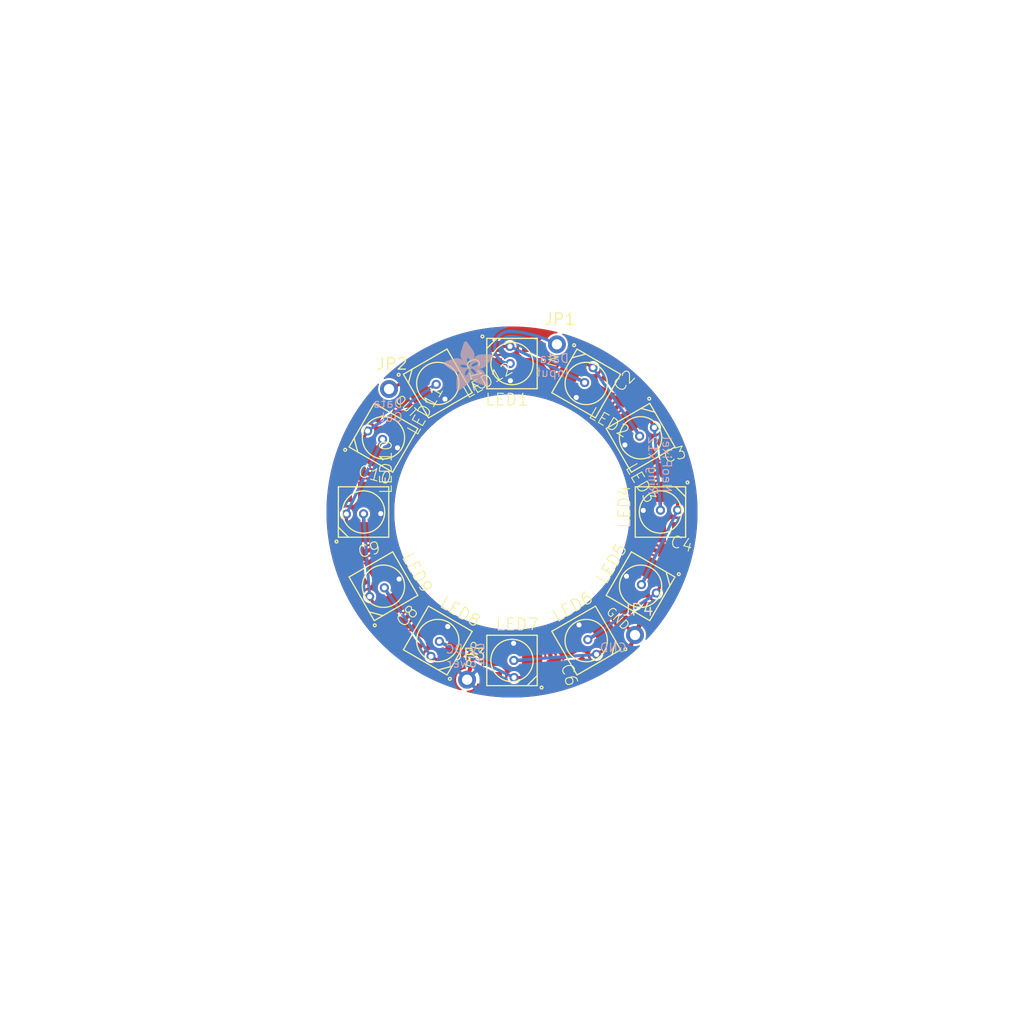
<source format=kicad_pcb>
(kicad_pcb (version 20221018) (generator pcbnew)
  (layers (0 "F.Cu" signal) (31 "B.Cu" signal) (34 "B.Paste" user) (35 "F.Paste" user) (36 "B.SilkS" user "B.Silkscreen") (37 "F.SilkS" user "F.Silkscreen") (38 "B.Mask" user) (39 "F.Mask" user) (44 "Edge.Cuts" user))
  (net 0 "")
  (net 1 "VDD")
  (net 2 "GND")
  (net 3 "N$1")
  (net 4 "N$2")
  (net 5 "N$3")
  (net 6 "N$4")
  (net 7 "N$5")
  (net 8 "N$6")
  (net 9 "N$7")
  (net 10 "N$8")
  (net 11 "N$9")
  (net 12 "N$10")
  (net 13 "N$11")
  (net 14 "N$13")
  (net 15 "N$14")
  (footprint "working:1X01-CLEANBIG" (layer "F.Cu") (at 160.708237 117.211259)
    (fp_text reference "JP4" (at -1.3462 -1.8288) (layer "F.SilkS") (effects (font (size 1.143 1.143) (thickness 0.127)) (justify left bottom)))
    (fp_text value "")
    (pad "1" thru_hole circle (at 0 0) (size 1.778 1.778) (drill 1.016) (layers "*.Cu" "*.Mask") (net 2 "GND"))
  )
  (footprint "working:C0603" (layer "F.Cu") (at 136.826754 116.677946 -135)
    (fp_text reference "C8" (at -0.635 -0.635 -135) (layer "F.SilkS") (effects (font (size 1.1684 1.1684) (thickness 0.1016)) (justify left bottom)))
    (fp_text value "")
    (pad "1" smd rect (at -0.85 0 225) (size 1.1 1) (layers "F.Cu" "F.Paste" "F.Mask") (net 1 "VDD"))
    (pad "2" smd rect (at 0.85 0 225) (size 1.1 1) (layers "F.Cu" "F.Paste" "F.Mask") (net 2 "GND"))
  )
  (footprint "working:WS28115050" (layer "F.Cu") (at 161.259265 112.3696 60)
    (fp_text reference "LED5" (at -1.7 -2.9 60) (layer "F.SilkS") (effects (font (size 1.1684 1.1684) (thickness 0.1016)) (justify left bottom)))
    (fp_text value "WS28115050")
    (pad "DI" smd rect (at 2 0 60) (size 2 1.1) (layers "F.Cu" "F.Paste" "F.Mask") (net 6 "N$4"))
    (pad "DO" smd rect (at 2 1.7 60) (size 2 1.1) (layers "F.Cu" "F.Paste" "F.Mask") (net 7 "N$5"))
    (pad "LEDVDD" smd rect (at -2 0 60) (size 2 1.1) (layers "F.Cu" "F.Paste" "F.Mask") (net 1 "VDD"))
    (pad "NC" smd rect (at -2 -1.7 60) (size 2 1.1) (layers "F.Cu" "F.Paste" "F.Mask"))
    (pad "VDD" smd rect (at 2 -1.7 60) (size 2 1.1) (layers "F.Cu" "F.Paste" "F.Mask") (net 1 "VDD"))
    (pad "VSS" smd rect (at -2 1.7 60) (size 2 1.1) (layers "F.Cu" "F.Paste" "F.Mask") (net 2 "GND"))
  )
  (footprint "working:WS28115050" (layer "F.Cu") (at 155.8671 117.761765 30)
    (fp_text reference "LED6" (at -1.7 -2.9 30) (layer "F.SilkS") (effects (font (size 1.1684 1.1684) (thickness 0.1016)) (justify left bottom)))
    (fp_text value "WS28115050")
    (pad "DI" smd rect (at 2 0 30) (size 2 1.1) (layers "F.Cu" "F.Paste" "F.Mask") (net 7 "N$5"))
    (pad "DO" smd rect (at 2 1.7 30) (size 2 1.1) (layers "F.Cu" "F.Paste" "F.Mask") (net 8 "N$6"))
    (pad "LEDVDD" smd rect (at -2 0 30) (size 2 1.1) (layers "F.Cu" "F.Paste" "F.Mask") (net 1 "VDD"))
    (pad "NC" smd rect (at -2 -1.7 30) (size 2 1.1) (layers "F.Cu" "F.Paste" "F.Mask"))
    (pad "VDD" smd rect (at 2 -1.7 30) (size 2 1.1) (layers "F.Cu" "F.Paste" "F.Mask") (net 1 "VDD"))
    (pad "VSS" smd rect (at -2 1.7 30) (size 2 1.1) (layers "F.Cu" "F.Paste" "F.Mask") (net 2 "GND"))
  )
  (footprint "working:GUIDE-STAR-12" (layer "F.Cu") (at 148.5011 105.0036 15)
    (fp_text reference "U$2" hide)
    (fp_text value "" hide)
  )
  (footprint "working:C0603" (layer "F.Cu") (at 152.77414 120.95099 -75)
    (fp_text reference "C6" (at -0.635 -0.635 -75) (layer "F.SilkS") (effects (font (size 1.1684 1.1684) (thickness 0.1016)) (justify left bottom)))
    (fp_text value "")
    (pad "1" smd rect (at -0.85 0 285) (size 1.1 1) (layers "F.Cu" "F.Paste" "F.Mask") (net 1 "VDD"))
    (pad "2" smd rect (at 0.85 0 285) (size 1.1 1) (layers "F.Cu" "F.Paste" "F.Mask") (net 2 "GND"))
  )
  (footprint "working:WS28115050" (layer "F.Cu") (at 141.1351 117.761765 -30)
    (fp_text reference "LED8" (at -1.7 -2.9 -30) (layer "F.SilkS") (effects (font (size 1.1684 1.1684) (thickness 0.1016)) (justify left bottom)))
    (fp_text value "WS28115050")
    (pad "DI" smd rect (at 2 0 330) (size 2 1.1) (layers "F.Cu" "F.Paste" "F.Mask") (net 9 "N$7"))
    (pad "DO" smd rect (at 2 1.7 330) (size 2 1.1) (layers "F.Cu" "F.Paste" "F.Mask") (net 10 "N$8"))
    (pad "LEDVDD" smd rect (at -2 0 330) (size 2 1.1) (layers "F.Cu" "F.Paste" "F.Mask") (net 1 "VDD"))
    (pad "NC" smd rect (at -2 -1.7 330) (size 2 1.1) (layers "F.Cu" "F.Paste" "F.Mask"))
    (pad "VDD" smd rect (at 2 -1.7 330) (size 2 1.1) (layers "F.Cu" "F.Paste" "F.Mask") (net 1 "VDD"))
    (pad "VSS" smd rect (at -2 1.7 330) (size 2 1.1) (layers "F.Cu" "F.Paste" "F.Mask") (net 2 "GND"))
  )
  (footprint "working:GUIDE-STAR-12" (layer "F.Cu") (at 148.5011 105.0036)
    (fp_text reference "U$1" hide)
    (fp_text value "" hide)
  )
  (footprint "working:WS28115050" (layer "F.Cu") (at 135.742935 112.3696 -60)
    (fp_text reference "LED9" (at -1.7 -2.9 -60) (layer "F.SilkS") (effects (font (size 1.1684 1.1684) (thickness 0.1016)) (justify left bottom)))
    (fp_text value "WS28115050")
    (pad "DI" smd rect (at 2 0 300) (size 2 1.1) (layers "F.Cu" "F.Paste" "F.Mask") (net 10 "N$8"))
    (pad "DO" smd rect (at 2 1.7 300) (size 2 1.1) (layers "F.Cu" "F.Paste" "F.Mask") (net 11 "N$9"))
    (pad "LEDVDD" smd rect (at -2 0 300) (size 2 1.1) (layers "F.Cu" "F.Paste" "F.Mask") (net 1 "VDD"))
    (pad "NC" smd rect (at -2 -1.7 300) (size 2 1.1) (layers "F.Cu" "F.Paste" "F.Mask"))
    (pad "VDD" smd rect (at 2 -1.7 300) (size 2 1.1) (layers "F.Cu" "F.Paste" "F.Mask") (net 1 "VDD"))
    (pad "VSS" smd rect (at -2 1.7 300) (size 2 1.1) (layers "F.Cu" "F.Paste" "F.Mask") (net 2 "GND"))
  )
  (footprint "working:WS28115050" (layer "F.Cu") (at 141.1351 92.245435 -150)
    (fp_text reference "LED12" (at -1.7 -2.9 -150) (layer "F.SilkS") (effects (font (size 1.1684 1.1684) (thickness 0.1016)) (justify left bottom)))
    (fp_text value "WS28115050")
    (pad "DI" smd rect (at 2 0 210) (size 2 1.1) (layers "F.Cu" "F.Paste" "F.Mask") (net 13 "N$11"))
    (pad "DO" smd rect (at 2 1.7 210) (size 2 1.1) (layers "F.Cu" "F.Paste" "F.Mask") (net 15 "N$14"))
    (pad "LEDVDD" smd rect (at -2 0 210) (size 2 1.1) (layers "F.Cu" "F.Paste" "F.Mask") (net 1 "VDD"))
    (pad "NC" smd rect (at -2 -1.7 210) (size 2 1.1) (layers "F.Cu" "F.Paste" "F.Mask"))
    (pad "VDD" smd rect (at 2 -1.7 210) (size 2 1.1) (layers "F.Cu" "F.Paste" "F.Mask") (net 1 "VDD"))
    (pad "VSS" smd rect (at -2 1.7 210) (size 2 1.1) (layers "F.Cu" "F.Paste" "F.Mask") (net 2 "GND"))
  )
  (footprint "working:C0603" (layer "F.Cu") (at 160.175446 93.329254 45)
    (fp_text reference "C2" (at -0.635 -0.635 45) (layer "F.SilkS") (effects (font (size 1.1684 1.1684) (thickness 0.1016)) (justify left bottom)))
    (fp_text value "")
    (pad "1" smd rect (at -0.85 0 45) (size 1.1 1) (layers "F.Cu" "F.Paste" "F.Mask") (net 1 "VDD"))
    (pad "2" smd rect (at 0.85 0 45) (size 1.1 1) (layers "F.Cu" "F.Paste" "F.Mask") (net 2 "GND"))
  )
  (footprint "working:1X01-CLEANBIG" (layer "F.Cu") (at 152.960375 88.366441)
    (fp_text reference "JP1" (at -1.3462 -1.8288) (layer "F.SilkS") (effects (font (size 1.143 1.143) (thickness 0.127)) (justify left bottom)))
    (fp_text value "")
    (pad "1" thru_hole circle (at 0 0) (size 1.778 1.778) (drill 1.016) (layers "*.Cu" "*.Mask") (net 14 "N$13"))
  )
  (footprint "working:C0603" (layer "F.Cu") (at 144.22806 89.05621 105)
    (fp_text reference "C12" (at -0.635 -0.635 105) (layer "F.SilkS") (effects (font (size 1.1684 1.1684) (thickness 0.1016)) (justify left bottom)))
    (fp_text value "")
    (pad "1" smd rect (at -0.85 0 105) (size 1.1 1) (layers "F.Cu" "F.Paste" "F.Mask") (net 1 "VDD"))
    (pad "2" smd rect (at 0.85 0 105) (size 1.1 1) (layers "F.Cu" "F.Paste" "F.Mask") (net 2 "GND"))
  )
  (footprint "working:WS28115050" (layer "F.Cu") (at 148.5011 90.2716 180)
    (fp_text reference "LED1" (at -1.7 -2.9 180) (layer "F.SilkS") (effects (font (size 1.1684 1.1684) (thickness 0.1016)) (justify right top)))
    (fp_text value "WS28115050")
    (pad "DI" smd rect (at 2 0 180) (size 2 1.1) (layers "F.Cu" "F.Paste" "F.Mask") (net 14 "N$13"))
    (pad "DO" smd rect (at 2 1.7 180) (size 2 1.1) (layers "F.Cu" "F.Paste" "F.Mask") (net 3 "N$1"))
    (pad "LEDVDD" smd rect (at -2 0 180) (size 2 1.1) (layers "F.Cu" "F.Paste" "F.Mask") (net 1 "VDD"))
    (pad "NC" smd rect (at -2 -1.7 180) (size 2 1.1) (layers "F.Cu" "F.Paste" "F.Mask"))
    (pad "VDD" smd rect (at 2 -1.7 180) (size 2 1.1) (layers "F.Cu" "F.Paste" "F.Mask") (net 1 "VDD"))
    (pad "VSS" smd rect (at -2 1.7 180) (size 2 1.1) (layers "F.Cu" "F.Paste" "F.Mask") (net 2 "GND"))
  )
  (footprint "working:C0603" (layer "F.Cu") (at 132.55371 109.27664 -165)
    (fp_text reference "C9" (at -0.635 -0.635 -165) (layer "F.SilkS") (effects (font (size 1.1684 1.1684) (thickness 0.1016)) (justify left bottom)))
    (fp_text value "")
    (pad "1" smd rect (at -0.85 0 195) (size 1.1 1) (layers "F.Cu" "F.Paste" "F.Mask") (net 1 "VDD"))
    (pad "2" smd rect (at 0.85 0 195) (size 1.1 1) (layers "F.Cu" "F.Paste" "F.Mask") (net 2 "GND"))
  )
  (footprint "working:C0603" (layer "F.Cu") (at 164.44849 109.27664 -15)
    (fp_text reference "C4" (at -0.635 -0.635 -15) (layer "F.SilkS") (effects (font (size 1.1684 1.1684) (thickness 0.1016)) (justify left bottom)))
    (fp_text value "")
    (pad "1" smd rect (at -0.85 0 345) (size 1.1 1) (layers "F.Cu" "F.Paste" "F.Mask") (net 1 "VDD"))
    (pad "2" smd rect (at 0.85 0 345) (size 1.1 1) (layers "F.Cu" "F.Paste" "F.Mask") (net 2 "GND"))
  )
  (footprint "working:WS28115050" (layer "F.Cu") (at 155.8671 92.245435 150)
    (fp_text reference "LED2" (at -1.7 -2.9 150) (layer "F.SilkS") (effects (font (size 1.1684 1.1684) (thickness 0.1016)) (justify left bottom)))
    (fp_text value "WS28115050")
    (pad "DI" smd rect (at 2 0 150) (size 2 1.1) (layers "F.Cu" "F.Paste" "F.Mask") (net 3 "N$1"))
    (pad "DO" smd rect (at 2 1.7 150) (size 2 1.1) (layers "F.Cu" "F.Paste" "F.Mask") (net 4 "N$2"))
    (pad "LEDVDD" smd rect (at -2 0 150) (size 2 1.1) (layers "F.Cu" "F.Paste" "F.Mask") (net 1 "VDD"))
    (pad "NC" smd rect (at -2 -1.7 150) (size 2 1.1) (layers "F.Cu" "F.Paste" "F.Mask"))
    (pad "VDD" smd rect (at 2 -1.7 150) (size 2 1.1) (layers "F.Cu" "F.Paste" "F.Mask") (net 1 "VDD"))
    (pad "VSS" smd rect (at -2 1.7 150) (size 2 1.1) (layers "F.Cu" "F.Paste" "F.Mask") (net 2 "GND"))
  )
  (footprint "working:1X01-CLEANBIG" (layer "F.Cu") (at 144.044166 121.6448)
    (fp_text reference "JP3" (at -1.3462 -1.8288) (layer "F.SilkS") (effects (font (size 1.143 1.143) (thickness 0.127)) (justify left bottom)))
    (fp_text value "")
    (pad "1" thru_hole circle (at 0 0) (size 1.778 1.778) (drill 1.016) (layers "*.Cu" "*.Mask") (net 1 "VDD"))
  )
  (footprint "working:C0603" (layer "F.Cu") (at 132.55371 100.73056 165)
    (fp_text reference "C10" (at -0.635 -0.635 165) (layer "F.SilkS") (effects (font (size 1.1684 1.1684) (thickness 0.1016)) (justify left bottom)))
    (fp_text value "")
    (pad "1" smd rect (at -0.85 0 165) (size 1.1 1) (layers "F.Cu" "F.Paste" "F.Mask") (net 1 "VDD"))
    (pad "2" smd rect (at 0.85 0 165) (size 1.1 1) (layers "F.Cu" "F.Paste" "F.Mask") (net 2 "GND"))
  )
  (footprint "working:1X01-CLEANBIG" (layer "F.Cu") (at 136.297707 92.799388)
    (fp_text reference "JP2" (at -1.3462 -1.8288) (layer "F.SilkS") (effects (font (size 1.143 1.143) (thickness 0.127)) (justify left bottom)))
    (fp_text value "")
    (pad "1" thru_hole circle (at 0 0) (size 1.778 1.778) (drill 1.016) (layers "*.Cu" "*.Mask") (net 15 "N$14"))
  )
  (footprint "working:WS28115050" (layer "F.Cu") (at 135.742935 97.6376 -120)
    (fp_text reference "LED11" (at -1.7 -2.9 -120) (layer "F.SilkS") (effects (font (size 1.1684 1.1684) (thickness 0.1016)) (justify left bottom)))
    (fp_text value "WS28115050")
    (pad "DI" smd rect (at 2 0 240) (size 2 1.1) (layers "F.Cu" "F.Paste" "F.Mask") (net 12 "N$10"))
    (pad "DO" smd rect (at 2 1.7 240) (size 2 1.1) (layers "F.Cu" "F.Paste" "F.Mask") (net 13 "N$11"))
    (pad "LEDVDD" smd rect (at -2 0 240) (size 2 1.1) (layers "F.Cu" "F.Paste" "F.Mask") (net 1 "VDD"))
    (pad "NC" smd rect (at -2 -1.7 240) (size 2 1.1) (layers "F.Cu" "F.Paste" "F.Mask"))
    (pad "VDD" smd rect (at 2 -1.7 240) (size 2 1.1) (layers "F.Cu" "F.Paste" "F.Mask") (net 1 "VDD"))
    (pad "VSS" smd rect (at -2 1.7 240) (size 2 1.1) (layers "F.Cu" "F.Paste" "F.Mask") (net 2 "GND"))
  )
  (footprint "working:C0603" (layer "F.Cu") (at 164.44849 100.73056 15)
    (fp_text reference "C3" (at -0.635 -0.635 15) (layer "F.SilkS") (effects (font (size 1.1684 1.1684) (thickness 0.1016)) (justify left bottom)))
    (fp_text value "")
    (pad "1" smd rect (at -0.85 0 15) (size 1.1 1) (layers "F.Cu" "F.Paste" "F.Mask") (net 1 "VDD"))
    (pad "2" smd rect (at 0.85 0 15) (size 1.1 1) (layers "F.Cu" "F.Paste" "F.Mask") (net 2 "GND"))
  )
  (footprint "working:WS28115050" (layer "F.Cu") (at 133.7691 105.0036 -90)
    (fp_text reference "LED10" (at -1.7 -2.9 -90) (layer "F.SilkS") (effects (font (size 1.1684 1.1684) (thickness 0.1016)) (justify left bottom)))
    (fp_text value "WS28115050")
    (pad "DI" smd rect (at 2 0 270) (size 2 1.1) (layers "F.Cu" "F.Paste" "F.Mask") (net 11 "N$9"))
    (pad "DO" smd rect (at 2 1.7 270) (size 2 1.1) (layers "F.Cu" "F.Paste" "F.Mask") (net 12 "N$10"))
    (pad "LEDVDD" smd rect (at -2 0 270) (size 2 1.1) (layers "F.Cu" "F.Paste" "F.Mask") (net 1 "VDD"))
    (pad "NC" smd rect (at -2 -1.7 270) (size 2 1.1) (layers "F.Cu" "F.Paste" "F.Mask"))
    (pad "VDD" smd rect (at 2 -1.7 270) (size 2 1.1) (layers "F.Cu" "F.Paste" "F.Mask") (net 1 "VDD"))
    (pad "VSS" smd rect (at -2 1.7 270) (size 2 1.1) (layers "F.Cu" "F.Paste" "F.Mask") (net 2 "GND"))
  )
  (footprint "working:WS28115050" (layer "F.Cu") (at 148.5011 119.7356)
    (fp_text reference "LED7" (at -1.7 -2.9) (layer "F.SilkS") (effects (font (size 1.1684 1.1684) (thickness 0.1016)) (justify left bottom)))
    (fp_text value "WS28115050")
    (pad "DI" smd rect (at 2 0) (size 2 1.1) (layers "F.Cu" "F.Paste" "F.Mask") (net 8 "N$6"))
    (pad "DO" smd rect (at 2 1.7) (size 2 1.1) (layers "F.Cu" "F.Paste" "F.Mask") (net 9 "N$7"))
    (pad "LEDVDD" smd rect (at -2 0) (size 2 1.1) (layers "F.Cu" "F.Paste" "F.Mask") (net 1 "VDD"))
    (pad "NC" smd rect (at -2 -1.7) (size 2 1.1) (layers "F.Cu" "F.Paste" "F.Mask"))
    (pad "VDD" smd rect (at 2 -1.7) (size 2 1.1) (layers "F.Cu" "F.Paste" "F.Mask") (net 1 "VDD"))
    (pad "VSS" smd rect (at -2 1.7) (size 2 1.1) (layers "F.Cu" "F.Paste" "F.Mask") (net 2 "GND"))
  )
  (footprint "working:WS28115050" (layer "F.Cu") (at 163.2331 105.0036 90)
    (fp_text reference "LED4" (at -1.7 -2.9 90) (layer "F.SilkS") (effects (font (size 1.1684 1.1684) (thickness 0.1016)) (justify left bottom)))
    (fp_text value "WS28115050")
    (pad "DI" smd rect (at 2 0 90) (size 2 1.1) (layers "F.Cu" "F.Paste" "F.Mask") (net 5 "N$3"))
    (pad "DO" smd rect (at 2 1.7 90) (size 2 1.1) (layers "F.Cu" "F.Paste" "F.Mask") (net 6 "N$4"))
    (pad "LEDVDD" smd rect (at -2 0 90) (size 2 1.1) (layers "F.Cu" "F.Paste" "F.Mask") (net 1 "VDD"))
    (pad "NC" smd rect (at -2 -1.7 90) (size 2 1.1) (layers "F.Cu" "F.Paste" "F.Mask"))
    (pad "VDD" smd rect (at 2 -1.7 90) (size 2 1.1) (layers "F.Cu" "F.Paste" "F.Mask") (net 1 "VDD"))
    (pad "VSS" smd rect (at -2 1.7 90) (size 2 1.1) (layers "F.Cu" "F.Paste" "F.Mask") (net 2 "GND"))
  )
  (footprint "working:WS28115050" (layer "F.Cu") (at 161.259265 97.6376 120)
    (fp_text reference "LED3" (at -1.7 -2.9 120) (layer "F.SilkS") (effects (font (size 1.1684 1.1684) (thickness 0.1016)) (justify left bottom)))
    (fp_text value "WS28115050")
    (pad "DI" smd rect (at 2 0 120) (size 2 1.1) (layers "F.Cu" "F.Paste" "F.Mask") (net 4 "N$2"))
    (pad "DO" smd rect (at 2 1.7 120) (size 2 1.1) (layers "F.Cu" "F.Paste" "F.Mask") (net 5 "N$3"))
    (pad "LEDVDD" smd rect (at -2 0 120) (size 2 1.1) (layers "F.Cu" "F.Paste" "F.Mask") (net 1 "VDD"))
    (pad "NC" smd rect (at -2 -1.7 120) (size 2 1.1) (layers "F.Cu" "F.Paste" "F.Mask"))
    (pad "VDD" smd rect (at 2 -1.7 120) (size 2 1.1) (layers "F.Cu" "F.Paste" "F.Mask") (net 1 "VDD"))
    (pad "VSS" smd rect (at -2 1.7 120) (size 2 1.1) (layers "F.Cu" "F.Paste" "F.Mask") (net 2 "GND"))
  )
  (footprint "working:ADAFRUIT_5MM" (layer "B.Cu") (at 146.5961 92.9386 180)
    (fp_text reference "U$3" hide)
    (fp_text value "" hide)
  )
  (gr_arc (start 166.9161 105.0036) (mid 161.522471 118.024971) (end 148.5011 123.4186) (stroke (width 0.000003)) (layer "Edge.Cuts"))
  (gr_arc (start 130.0861 105.0036) (mid 135.479729 91.982229) (end 148.5011 86.5886) (stroke (width 0.000003)) (layer "Edge.Cuts"))
  (gr_circle (center 148.5011 105.0036) (end 160.1851 105.0036) (stroke (width 0.000003)) (fill none) (layer "Edge.Cuts"))
  (gr_arc (start 148.5011 86.5886) (mid 161.522471 91.982229) (end 166.9161 105.0036) (stroke (width 0.000003)) (layer "Edge.Cuts"))
  (gr_arc (start 148.5011 123.4186) (mid 135.479729 118.024971) (end 130.0861 105.0036) (stroke (width 0.000003)) (layer "Edge.Cuts"))
  (gr_text "5V DC\nPower" (at 145.948832 120.520584) (layer "B.SilkS") (effects (font (size 0.86868 0.86868) (thickness 0.09652)) (justify left bottom mirror)))
  (gr_text "Data\nOut" (at 137.7061 96.1136) (layer "B.SilkS") (effects (font (size 0.86868 0.86868) (thickness 0.09652)) (justify left bottom mirror)))
  (gr_text "Data\nInput" (at 154.2161 91.6686) (layer "B.SilkS") (effects (font (size 0.86868 0.86868) (thickness 0.09652)) (justify left bottom mirror)))
  (gr_text "NeoPixel\nRing x12" (at 164.3761 97.3836 -90) (layer "B.SilkS") (effects (font (size 0.86868 0.86868) (thickness 0.09652)) (justify right top mirror)))
  (gr_text "GND" (at 159.9311 118.9736) (layer "B.SilkS") (effects (font (size 0.86868 0.86868) (thickness 0.09652)) (justify left bottom mirror)))
  (gr_text "GND" (at 160.354521 116.203618 315) (layer "F.SilkS") (effects (font (size 0.86868 0.86868) (thickness 0.09652)) (justify right top)))
  (gr_text "IN" (at 152.3111 89.1286 75) (layer "F.SilkS") (effects (font (size 0.86868 0.86868) (thickness 0.09652)) (justify right top)))
  (gr_text "PWR" (at 144.793075 120.68354 75) (layer "F.SilkS") (effects (font (size 0.86868 0.86868) (thickness 0.09652)) (justify left bottom)))
  (gr_text "OUT" (at 136.737569 93.938422 315) (layer "F.SilkS") (effects (font (size 0.86868 0.86868) (thickness 0.09652)) (justify left bottom)))
  (segment (start 146.5011 119.7356) (end 145.668954 119.744) (width 0.4064) (layer "F.Cu") (net 1))
  (segment (start 133.7691 103.0036) (end 133.374747 100.950557) (width 0.4064) (layer "F.Cu") (net 1))
  (segment (start 145.668954 119.744) (end 144.294582 117.911887) (width 0.4064) (layer "F.Cu") (net 1))
  (segment (start 162.731196 101.190554) (end 163.627453 100.950557) (width 0.4064) (layer "F.Cu") (net 1))
  (segment (start 154.135046 118.761765) (end 152.554143 120.129953) (width 0.4064) (layer "F.Cu") (net 1))
  (segment (start 157.59915 93.245435) (end 159.574403 93.930297) (width 0.4064) (layer "F.Cu") (net 1))
  (segment (start 161.995103 101.38791) (end 162.731196 101.190554) (width 0.4064) (layer "F.Cu") (net 1))
  (segment (start 135.4691 107.0036) (end 135.470138 105.162859) (width 0.4064) (layer "F.Cu") (net 1))
  (segment (start 136.742938 95.90555) (end 137.170491 95.173554) (width 0.4064) (layer "F.Cu") (net 1))
  (segment (start 152.585706 91.929985) (end 153.285046 92.717679) (width 0.4064) (layer "F.Cu") (net 1))
  (segment (start 150.5011 118.0356) (end 149.770912 118.035187) (width 0.4064) (layer "F.Cu") (net 1))
  (segment (start 144.294582 117.911887) (end 143.717154 117.289521) (width 0.4064) (layer "F.Cu") (net 1))
  (segment (start 161.995103 108.61929) (end 162.731196 108.816646) (width 0.4064) (layer "F.Cu") (net 1))
  (segment (start 158.379412 95.125288) (end 158.787021 96.75555) (width 0.4064) (layer "F.Cu") (net 1))
  (segment (start 153.285046 92.717679) (end 154.878787 93.638879) (width 0.4064) (layer "F.Cu") (net 1))
  (segment (start 156.74915 115.289521) (end 155.154375 116.209318) (width 0.4064) (layer "F.Cu") (net 1))
  (segment (start 144.448057 89.877247) (end 144.688054 90.773504) (width 0.4064) (layer "F.Cu") (net 1))
  (segment (start 161.995103 101.38791) (end 161.5331 103.0036) (width 0.4064) (layer "F.Cu") (net 1))
  (segment (start 133.374747 109.056643) (end 134.742935 110.637546) (width 0.4064) (layer "F.Cu") (net 1))
  (segment (start 161.5331 103.0036) (end 161.532062 104.844341) (width 0.4064) (layer "F.Cu") (net 1))
  (segment (start 157.639509 115.109687) (end 156.74915 115.289521) (width 0.4064) (layer "F.Cu") (net 1))
  (segment (start 138.622788 114.881912) (end 138.215179 113.25165) (width 0.4064) (layer "F.Cu") (net 1))
  (segment (start 139.40305 116.761762) (end 137.427797 116.076903) (width 0.4064) (layer "F.Cu") (net 1))
  (segment (start 152.11679 118.497603) (end 149.770912 118.035187) (width 0.4064) (layer "F.Cu") (net 1))
  (segment (start 160.787021 109.787546) (end 159.865821 111.381287) (width 0.4064) (layer "F.Cu") (net 1))
  (segment (start 140.25305 94.717679) (end 141.847825 93.797882) (width 0.4064) (layer "F.Cu") (net 1))
  (segment (start 135.007097 108.61929) (end 135.4691 107.0036) (width 0.4064) (layer "F.Cu") (net 1))
  (segment (start 142.867154 91.245435) (end 144.448057 89.877247) (width 0.4064) (layer "F.Cu") (net 1))
  (segment (start 144.043744 121.646971) (end 144.847579 118.659746) (width 0.4064) (layer "F.Cu") (net 1))
  (segment (start 137.170491 95.173554) (end 139.629557 94.892872) (width 0.4064) (layer "F.Cu") (net 1))
  (segment (start 158.379412 95.125288) (end 159.574403 93.930297) (width 0.4064) (layer "F.Cu") (net 1))
  (segment (start 152.11679 118.497603) (end 152.314146 119.233696) (width 0.4064) (layer "F.Cu") (net 1))
  (segment (start 151.237371 90.127069) (end 152.585706 91.929985) (width 0.4064) (layer "F.Cu") (net 1))
  (segment (start 142.123413 116.368321) (end 143.717154 117.289521) (width 0.4064) (layer "F.Cu") (net 1))
  (segment (start 150.5011 90.2716) (end 151.237371 90.127069) (width 0.4064) (layer "F.Cu") (net 1))
  (segment (start 139.629557 94.892872) (end 140.25305 94.717679) (width 0.4064) (layer "F.Cu") (net 1))
  (segment (start 152.554143 120.129953) (end 152.314146 119.233696) (width 0.4064) (layer "F.Cu") (net 1))
  (segment (start 137.427797 116.076903) (end 138.622788 114.881912) (width 0.4064) (layer "F.Cu") (net 1))
  (segment (start 162.259265 99.369654) (end 163.627453 100.950557) (width 0.4064) (layer "F.Cu") (net 1))
  (segment (start 133.374747 100.950557) (end 134.271004 101.190554) (width 0.4064) (layer "F.Cu") (net 1))
  (segment (start 144.88541 91.509597) (end 146.5011 91.9716) (width 0.4064) (layer "F.Cu") (net 1))
  (segment (start 138.215179 113.25165) (end 137.295382 111.656875) (width 0.4064) (layer "F.Cu") (net 1))
  (segment (start 135.007097 101.38791) (end 134.271004 101.190554) (width 0.4064) (layer "F.Cu") (net 1))
  (segment (start 146.5011 91.9716) (end 148.341841 91.972638) (width 0.4064) (layer "F.Cu") (net 1))
  (segment (start 160.259265 114.10165) (end 159.859468 114.829378) (width 0.4064) (layer "F.Cu") (net 1))
  (segment (start 135.007097 108.61929) (end 134.271004 108.816646) (width 0.4064) (layer "F.Cu") (net 1))
  (segment (start 162.731196 108.816646) (end 163.627453 109.056643) (width 0.4064) (layer "F.Cu") (net 1))
  (segment (start 135.007097 101.38791) (end 136.215179 100.219654) (width 0.4064) (layer "F.Cu") (net 1))
  (segment (start 149.770912 118.035187) (end 148.660359 118.034562) (width 0.4064) (layer "F.Cu") (net 1))
  (segment (start 133.374747 109.056643) (end 134.271004 108.816646) (width 0.4064) (layer "F.Cu") (net 1))
  (segment (start 161.995103 108.61929) (end 160.787021 109.787546) (width 0.4064) (layer "F.Cu") (net 1))
  (segment (start 136.215179 100.219654) (end 137.136379 98.625913) (width 0.4064) (layer "F.Cu") (net 1))
  (segment (start 159.859468 114.829378) (end 157.639509 115.109687) (width 0.4064) (layer "F.Cu") (net 1))
  (segment (start 163.2331 107.0036) (end 163.627453 109.056643) (width 0.4064) (layer "F.Cu") (net 1))
  (segment (start 144.88541 91.509597) (end 144.688054 90.773504) (width 0.4064) (layer "F.Cu") (net 1))
  (segment (start 158.787021 96.75555) (end 159.706818 98.350325) (width 0.4064) (layer "F.Cu") (net 1))
  (via (at 161.532062 104.844341) (size 0.9064) (drill 0.5) (layers "F.Cu" "B.Cu") (net 1))
  (via (at 135.470138 105.162859) (size 0.9064) (drill 0.5) (layers "F.Cu" "B.Cu") (net 1))
  (via (at 137.136379 98.625913) (size 0.9064) (drill 0.5) (layers "F.Cu" "B.Cu") (net 1))
  (via (at 155.154375 116.209318) (size 0.9064) (drill 0.5) (layers "F.Cu" "B.Cu") (net 1))
  (via (at 154.878787 93.638879) (size 0.9064) (drill 0.5) (layers "F.Cu" "B.Cu") (net 1))
  (via (at 148.341841 91.972638) (size 0.9064) (drill 0.5) (layers "F.Cu" "B.Cu") (net 1))
  (via (at 142.123413 116.368321) (size 0.9064) (drill 0.5) (layers "F.Cu" "B.Cu") (net 1))
  (via (at 141.847825 93.797882) (size 0.9064) (drill 0.5) (layers "F.Cu" "B.Cu") (net 1))
  (via (at 137.295382 111.656875) (size 0.9064) (drill 0.5) (layers "F.Cu" "B.Cu") (net 1))
  (via (at 159.706818 98.350325) (size 0.9064) (drill 0.5) (layers "F.Cu" "B.Cu") (net 1))
  (via (at 148.660359 118.034562) (size 0.9064) (drill 0.5) (layers "F.Cu" "B.Cu") (net 1))
  (via (at 159.865821 111.381287) (size 0.9064) (drill 0.5) (layers "F.Cu" "B.Cu") (net 1))
  (segment (start 144.778497 117.531501) (end 144.090587 117.312245) (width 0.4064) (layer "B.Cu") (net 1))
  (segment (start 142.115555 93.578725) (end 142.757018 93.247337) (width 0.4064) (layer "B.Cu") (net 1))
  (segment (start 138.278338 113.188235) (end 137.844184 112.611344) (width 0.4064) (layer "B.Cu") (net 1))
  (segment (start 161.511814 105.886265) (end 161.451135 106.605653) (width 0.4064) (layer "B.Cu") (net 1))
  (segment (start 154.887234 116.429226) (end 154.245828 116.760584) (width 0.4064) (layer "B.Cu") (net 1))
  (segment (start 161.532062 104.844341) (end 161.532062 105.164609) (width 0.4064) (layer "B.Cu") (net 1))
  (segment (start 135.470138 104.844341) (end 135.490388 104.122619) (width 0.4064) (layer "B.Cu") (net 1))
  (segment (start 139.764826 95.246657) (end 140.316465 94.780838) (width 0.4064) (layer "B.Cu") (net 1))
  (segment (start 136.192455 100.593087) (end 136.449938 99.918554) (width 0.4064) (layer "B.Cu") (net 1))
  (segment (start 152.223703 92.475699) (end 152.911613 92.694955) (width 0.4064) (layer "B.Cu") (net 1))
  (segment (start 157.762362 114.26547) (end 157.237755 114.761442) (width 0.4064) (layer "B.Cu") (net 1))
  (segment (start 158.258043 96.267326) (end 158.723862 96.818965) (width 0.4064) (layer "B.Cu") (net 1))
  (segment (start 146.900668 117.953627) (end 146.185751 117.852698) (width 0.4064) (layer "B.Cu") (net 1))
  (segment (start 161.029001 101.280997) (end 161.209342 101.980118) (width 0.4064) (layer "B.Cu") (net 1))
  (segment (start 135.652002 107.318949) (end 135.551073 106.604032) (width 0.4064) (layer "B.Cu") (net 1))
  (segment (start 160.809745 100.593087) (end 161.029001 101.280997) (width 0.4064) (layer "B.Cu") (net 1))
  (segment (start 156.686165 115.227219) (end 156.109325 115.661335) (width 0.4064) (layer "B.Cu") (net 1))
  (segment (start 159.158016 97.395856) (end 159.559141 97.996182) (width 0.4064) (layer "B.Cu") (net 1))
  (segment (start 148.341841 118.034562) (end 147.620119 118.014312) (width 0.4064) (layer "B.Cu") (net 1))
  (segment (start 136.449938 110.088646) (end 136.192455 109.414113) (width 0.4064) (layer "B.Cu") (net 1))
  (segment (start 135.792858 101.980118) (end 135.973199 101.280997) (width 0.4064) (layer "B.Cu") (net 1))
  (segment (start 161.532062 105.164609) (end 161.532062 105.164607) (width 0.4064) (layer "B.Cu") (net 1))
  (segment (start 135.470138 105.162859) (end 135.470138 104.844341) (width 0.4064) (layer "B.Cu") (net 1))
  (segment (start 154.886645 93.578725) (end 155.508518 93.945559) (width 0.4064) (layer "B.Cu") (net 1))
  (segment (start 154.245828 116.760584) (end 153.586851 117.055457) (width 0.4064) (layer "B.Cu") (net 1))
  (segment (start 148.341841 91.972638) (end 148.660359 91.972638) (width 0.4064) (layer "B.Cu") (net 1))
  (segment (start 148.660359 91.972638) (end 149.382081 91.992888) (width 0.4064) (layer "B.Cu") (net 1))
  (segment (start 135.490388 104.122619) (end 135.551073 103.403168) (width 0.4064) (layer "B.Cu") (net 1))
  (segment (start 136.744837 99.259518) (end 137.076225 98.618055) (width 0.4064) (layer "B.Cu") (net 1))
  (segment (start 160.257363 99.259518) (end 160.552262 99.918554) (width 0.4064) (layer "B.Cu") (net 1))
  (segment (start 157.237755 114.761442) (end 156.686165 115.227219) (width 0.4064) (layer "B.Cu") (net 1))
  (segment (start 158.723862 96.818965) (end 159.158016 97.395856) (width 0.4064) (layer "B.Cu") (net 1))
  (segment (start 154.245182 93.247337) (end 154.886645 93.578725) (width 0.4064) (layer "B.Cu") (net 1))
  (segment (start 147.620119 118.014312) (end 146.900668 117.953627) (width 0.4064) (layer "B.Cu") (net 1))
  (segment (start 142.757018 93.247337) (end 143.416054 92.952438) (width 0.4064) (layer "B.Cu") (net 1))
  (segment (start 161.350198 102.688251) (end 161.451127 103.403168) (width 0.4064) (layer "B.Cu") (net 1))
  (segment (start 160.809809 109.415485) (end 160.552349 110.089958) (width 0.4064) (layer "B.Cu") (net 1))
  (segment (start 161.20937 108.028577) (end 161.029046 108.727636) (width 0.4064) (layer "B.Cu") (net 1))
  (segment (start 159.926118 111.390342) (end 159.559317 112.01216) (width 0.4064) (layer "B.Cu") (net 1))
  (segment (start 156.685735 94.780838) (end 157.237374 95.246657) (width 0.4064) (layer "B.Cu") (net 1))
  (segment (start 136.192455 109.414113) (end 135.973199 108.726203) (width 0.4064) (layer "B.Cu") (net 1))
  (segment (start 161.029046 108.727636) (end 160.809809 109.415485) (width 0.4064) (layer "B.Cu") (net 1))
  (segment (start 137.844184 112.611344) (end 137.443059 112.011018) (width 0.4064) (layer "B.Cu") (net 1))
  (segment (start 149.382081 91.992888) (end 150.101532 92.053573) (width 0.4064) (layer "B.Cu") (net 1))
  (segment (start 161.532062 105.164607) (end 161.511814 105.886265) (width 0.4064) (layer "B.Cu") (net 1))
  (segment (start 143.416054 117.054762) (end 142.757018 116.759863) (width 0.4064) (layer "B.Cu") (net 1))
  (segment (start 153.586851 117.055457) (end 152.912377 117.312918) (width 0.4064) (layer "B.Cu") (net 1))
  (segment (start 135.652002 102.688251) (end 135.792858 101.980118) (width 0.4064) (layer "B.Cu") (net 1))
  (segment (start 138.744157 113.739874) (end 138.278338 113.188235) (width 0.4064) (layer "B.Cu") (net 1))
  (segment (start 151.524582 92.295358) (end 152.223703 92.475699) (width 0.4064) (layer "B.Cu") (net 1))
  (segment (start 137.443059 97.996182) (end 137.844184 97.395856) (width 0.4064) (layer "B.Cu") (net 1))
  (segment (start 142.115555 116.428475) (end 141.493682 116.061641) (width 0.4064) (layer "B.Cu") (net 1))
  (segment (start 148.341841 118.034562) (end 148.341841 118.034562) (width 0.4064) (layer "B.Cu") (net 1))
  (segment (start 152.911613 92.694955) (end 153.586146 92.952438) (width 0.4064) (layer "B.Cu") (net 1))
  (segment (start 142.757018 116.759863) (end 142.115555 116.428475) (width 0.4064) (layer "B.Cu") (net 1))
  (segment (start 137.443059 112.011018) (end 137.076225 111.389145) (width 0.4064) (layer "B.Cu") (net 1))
  (segment (start 146.185751 92.154502) (end 146.900668 92.053573) (width 0.4064) (layer "B.Cu") (net 1))
  (segment (start 155.509052 116.062425) (end 154.887234 116.429226) (width 0.4064) (layer "B.Cu") (net 1))
  (segment (start 152.912377 117.312918) (end 152.224529 117.532155) (width 0.4064) (layer "B.Cu") (net 1))
  (segment (start 159.158227 112.612433) (end 158.724111 113.189272) (width 0.4064) (layer "B.Cu") (net 1))
  (segment (start 158.724111 113.189272) (end 158.258334 113.740863) (width 0.4064) (layer "B.Cu") (net 1))
  (segment (start 141.493682 93.945559) (end 142.115555 93.578725) (width 0.4064) (layer "B.Cu") (net 1))
  (segment (start 140.316465 115.226362) (end 139.764826 114.760543) (width 0.4064) (layer "B.Cu") (net 1))
  (segment (start 150.102546 117.954243) (end 148.6615 118.035171) (width 0.4064) (layer "B.Cu") (net 1))
  (segment (start 151.52547 117.712479) (end 150.817399 117.853323) (width 0.4064) (layer "B.Cu") (net 1))
  (segment (start 160.552349 110.089958) (end 160.257476 110.748935) (width 0.4064) (layer "B.Cu") (net 1))
  (segment (start 136.744837 110.747682) (end 136.449938 110.088646) (width 0.4064) (layer "B.Cu") (net 1))
  (segment (start 144.778497 92.475699) (end 145.477618 92.295358) (width 0.4064) (layer "B.Cu") (net 1))
  (segment (start 135.973199 108.726203) (end 135.792858 108.027082) (width 0.4064) (layer "B.Cu") (net 1))
  (segment (start 137.076225 111.389145) (end 136.744837 110.747682) (width 0.4064) (layer "B.Cu") (net 1))
  (segment (start 161.451127 103.403168) (end 161.532062 104.844341) (width 0.4064) (layer "B.Cu") (net 1))
  (segment (start 140.316465 94.780838) (end 140.893356 94.346684) (width 0.4064) (layer "B.Cu") (net 1))
  (segment (start 161.350214 107.320506) (end 161.20937 108.028577) (width 0.4064) (layer "B.Cu") (net 1))
  (segment (start 159.559141 97.996182) (end 159.925975 98.618055) (width 0.4064) (layer "B.Cu") (net 1))
  (segment (start 138.278338 96.818965) (end 138.744157 96.267326) (width 0.4064) (layer "B.Cu") (net 1))
  (segment (start 140.893356 94.346684) (end 141.493682 93.945559) (width 0.4064) (layer "B.Cu") (net 1))
  (segment (start 148.660359 118.034562) (end 148.341841 118.034562) (width 0.4064) (layer "B.Cu") (net 1))
  (segment (start 157.762027 95.742673) (end 158.258043 96.267326) (width 0.4064) (layer "B.Cu") (net 1))
  (segment (start 135.551073 106.604032) (end 135.470138 105.162859) (width 0.4064) (layer "B.Cu") (net 1))
  (segment (start 146.900668 92.053573) (end 148.341841 91.972638) (width 0.4064) (layer "B.Cu") (net 1))
  (segment (start 139.240173 114.264527) (end 138.744157 113.739874) (width 0.4064) (layer "B.Cu") (net 1))
  (segment (start 135.973199 101.280997) (end 136.192455 100.593087) (width 0.4064) (layer "B.Cu") (net 1))
  (segment (start 135.470138 104.844341) (end 135.470138 104.844341) (width 0.4064) (layer "B.Cu") (net 1))
  (segment (start 161.209342 101.980118) (end 161.350198 102.688251) (width 0.4064) (layer "B.Cu") (net 1))
  (segment (start 153.586146 92.952438) (end 154.245182 93.247337) (width 0.4064) (layer "B.Cu") (net 1))
  (segment (start 146.185751 117.852698) (end 145.477618 117.711842) (width 0.4064) (layer "B.Cu") (net 1))
  (segment (start 160.552262 99.918554) (end 160.809745 100.593087) (width 0.4064) (layer "B.Cu") (net 1))
  (segment (start 145.477618 117.711842) (end 144.778497 117.531501) (width 0.4064) (layer "B.Cu") (net 1))
  (segment (start 150.101532 92.053573) (end 150.816449 92.154502) (width 0.4064) (layer "B.Cu") (net 1))
  (segment (start 138.744157 96.267326) (end 139.240173 95.742673) (width 0.4064) (layer "B.Cu") (net 1))
  (segment (start 160.257476 110.748935) (end 159.926118 111.390342) (width 0.4064) (layer "B.Cu") (net 1))
  (segment (start 143.416054 92.952438) (end 144.090587 92.694955) (width 0.4064) (layer "B.Cu") (net 1))
  (segment (start 155.508518 93.945559) (end 156.108844 94.346684) (width 0.4064) (layer "B.Cu") (net 1))
  (segment (start 135.551073 103.403168) (end 135.652002 102.688251) (width 0.4064) (layer "B.Cu") (net 1))
  (segment (start 161.451135 106.605653) (end 161.350214 107.320506) (width 0.4064) (layer "B.Cu") (net 1))
  (segment (start 137.076225 98.618055) (end 137.443059 97.996182) (width 0.4064) (layer "B.Cu") (net 1))
  (segment (start 144.090587 117.312245) (end 143.416054 117.054762) (width 0.4064) (layer "B.Cu") (net 1))
  (segment (start 159.559317 112.01216) (end 159.158227 112.612433) (width 0.4064) (layer "B.Cu") (net 1))
  (segment (start 148.660359 91.972638) (end 148.660359 91.972638) (width 0.4064) (layer "B.Cu") (net 1))
  (segment (start 136.449938 99.918554) (end 136.744837 99.259518) (width 0.4064) (layer "B.Cu") (net 1))
  (segment (start 137.844184 97.395856) (end 138.278338 96.818965) (width 0.4064) (layer "B.Cu") (net 1))
  (segment (start 139.240173 95.742673) (end 139.764826 95.246657) (width 0.4064) (layer "B.Cu") (net 1))
  (segment (start 139.764826 114.760543) (end 139.240173 114.264527) (width 0.4064) (layer "B.Cu") (net 1))
  (segment (start 152.224529 117.532155) (end 151.52547 117.712479) (width 0.4064) (layer "B.Cu") (net 1))
  (segment (start 156.108844 94.346684) (end 156.685735 94.780838) (width 0.4064) (layer "B.Cu") (net 1))
  (segment (start 156.109325 115.661335) (end 155.509052 116.062425) (width 0.4064) (layer "B.Cu") (net 1))
  (segment (start 157.237374 95.246657) (end 157.762027 95.742673) (width 0.4064) (layer "B.Cu") (net 1))
  (segment (start 135.792858 108.027082) (end 135.652002 107.318949) (width 0.4064) (layer "B.Cu") (net 1))
  (segment (start 141.493682 116.061641) (end 140.893356 115.660516) (width 0.4064) (layer "B.Cu") (net 1))
  (segment (start 159.925975 98.618055) (end 160.257363 99.259518) (width 0.4064) (layer "B.Cu") (net 1))
  (segment (start 144.090587 92.694955) (end 144.778497 92.475699) (width 0.4064) (layer "B.Cu") (net 1))
  (segment (start 140.893356 115.660516) (end 140.316465 115.226362) (width 0.4064) (layer "B.Cu") (net 1))
  (segment (start 150.817399 117.853323) (end 150.102546 117.954243) (width 0.4064) (layer "B.Cu") (net 1))
  (segment (start 150.816449 92.154502) (end 151.524582 92.295358) (width 0.4064) (layer "B.Cu") (net 1))
  (segment (start 158.258334 113.740863) (end 157.762362 114.26547) (width 0.4064) (layer "B.Cu") (net 1))
  (segment (start 145.477618 92.295358) (end 146.185751 92.154502) (width 0.4064) (layer "B.Cu") (net 1))
  (segment (start 160.708237 117.211259) (end 160.161831 118.567178) (width 0.4064) (layer "F.Cu") (net 2))
  (segment (start 160.708237 117.211259) (end 161.731506 114.95165) (width 0.4572) (layer "F.Cu") (net 2))
  (segment (start 146.5011 88.5716) (end 148.300441 88.572847) (width 0.3048) (layer "F.Cu") (net 3))
  (segment (start 154.135046 91.245435) (end 155.710637 92.156282) (width 0.3048) (layer "F.Cu") (net 3))
  (via (at 155.710637 92.156282) (size 0.9064) (drill 0.5) (layers "F.Cu" "B.Cu") (net 3))
  (via (at 148.300441 88.572847) (size 0.9064) (drill 0.5) (layers "F.Cu" "B.Cu") (net 3))
  (segment (start 148.300441 88.572847) (end 155.710637 92.156282) (width 0.3048) (layer "B.Cu") (net 3))
  (segment (start 160.259265 95.90555) (end 161.168334 97.482407) (width 0.3048) (layer "F.Cu") (net 4))
  (segment (start 154.985046 89.773194) (end 156.54274 90.673682) (width 0.3048) (layer "F.Cu") (net 4))
  (via (at 161.168334 97.482407) (size 0.9064) (drill 0.5) (layers "F.Cu" "B.Cu") (net 4))
  (via (at 156.54274 90.673682) (size 0.9064) (drill 0.5) (layers "F.Cu" "B.Cu") (net 4))
  (segment (start 156.54274 90.673682) (end 161.168334 97.482407) (width 0.3048) (layer "B.Cu") (net 4))
  (segment (start 163.2331 103.0036) (end 163.232084 104.823513) (width 0.3048) (layer "F.Cu") (net 5))
  (segment (start 161.731506 95.05555) (end 162.630103 96.614235) (width 0.3048) (layer "F.Cu") (net 5))
  (via (at 162.630103 96.614235) (size 0.9064) (drill 0.5) (layers "F.Cu" "B.Cu") (net 5))
  (via (at 163.232084 104.823513) (size 0.9064) (drill 0.5) (layers "F.Cu" "B.Cu") (net 5))
  (segment (start 162.630103 96.614235) (end 163.232084 104.823513) (width 0.3048) (layer "B.Cu") (net 5))
  (segment (start 162.259265 110.637546) (end 161.348418 112.213137) (width 0.3048) (layer "F.Cu") (net 6))
  (segment (start 164.9331 103.0036) (end 164.931853 104.802941) (width 0.3048) (layer "F.Cu") (net 6))
  (via (at 161.348418 112.213137) (size 0.9064) (drill 0.5) (layers "F.Cu" "B.Cu") (net 6))
  (via (at 164.931853 104.802941) (size 0.9064) (drill 0.5) (layers "F.Cu" "B.Cu") (net 6))
  (segment (start 164.931853 104.802941) (end 161.348418 112.213137) (width 0.3048) (layer "B.Cu") (net 6))
  (segment (start 157.59915 116.761765) (end 156.022293 117.670834) (width 0.3048) (layer "F.Cu") (net 7))
  (segment (start 163.731506 111.487546) (end 162.831018 113.04524) (width 0.3048) (layer "F.Cu") (net 7))
  (via (at 156.022293 117.670834) (size 0.9064) (drill 0.5) (layers "F.Cu" "B.Cu") (net 7))
  (via (at 162.831018 113.04524) (size 0.9064) (drill 0.5) (layers "F.Cu" "B.Cu") (net 7))
  (segment (start 162.831018 113.04524) (end 156.022293 117.670834) (width 0.3048) (layer "B.Cu") (net 7))
  (segment (start 150.5011 119.7356) (end 148.681187 119.734584) (width 0.3048) (layer "F.Cu") (net 8))
  (segment (start 158.44915 118.234006) (end 156.890465 119.132603) (width 0.3048) (layer "F.Cu") (net 8))
  (via (at 148.681187 119.734584) (size 0.9064) (drill 0.5) (layers "F.Cu" "B.Cu") (net 8))
  (via (at 156.890465 119.132603) (size 0.9064) (drill 0.5) (layers "F.Cu" "B.Cu") (net 8))
  (segment (start 156.890465 119.132603) (end 148.681187 119.734584) (width 0.3048) (layer "B.Cu") (net 8))
  (segment (start 142.867154 118.761765) (end 141.291563 117.850918) (width 0.3048) (layer "F.Cu") (net 9))
  (segment (start 150.5011 121.4356) (end 148.701759 121.434353) (width 0.3048) (layer "F.Cu") (net 9))
  (via (at 148.701759 121.434353) (size 0.9064) (drill 0.5) (layers "F.Cu" "B.Cu") (net 9))
  (via (at 141.291563 117.850918) (size 0.9064) (drill 0.5) (layers "F.Cu" "B.Cu") (net 9))
  (segment (start 148.701759 121.434353) (end 141.291563 117.850918) (width 0.3048) (layer "B.Cu") (net 9))
  (segment (start 142.017154 120.234006) (end 140.45946 119.333518) (width 0.3048) (layer "F.Cu") (net 10))
  (segment (start 136.742935 114.10165) (end 135.833866 112.524793) (width 0.3048) (layer "F.Cu") (net 10))
  (via (at 135.833866 112.524793) (size 0.9064) (drill 0.5) (layers "F.Cu" "B.Cu") (net 10))
  (via (at 140.45946 119.333518) (size 0.9064) (drill 0.5) (layers "F.Cu" "B.Cu") (net 10))
  (segment (start 140.45946 119.333518) (end 135.833866 112.524793) (width 0.3048) (layer "B.Cu") (net 10))
  (segment (start 135.270694 114.95165) (end 134.372097 113.392965) (width 0.3048) (layer "F.Cu") (net 11))
  (segment (start 133.7691 107.0036) (end 133.770116 105.183687) (width 0.3048) (layer "F.Cu") (net 11))
  (via (at 133.770116 105.183687) (size 0.9064) (drill 0.5) (layers "F.Cu" "B.Cu") (net 11))
  (via (at 134.372097 113.392965) (size 0.9064) (drill 0.5) (layers "F.Cu" "B.Cu") (net 11))
  (segment (start 134.372097 113.392965) (end 133.770116 105.183687) (width 0.3048) (layer "B.Cu") (net 11))
  (segment (start 132.0691 107.0036) (end 132.070347 105.204259) (width 0.3048) (layer "F.Cu") (net 12))
  (segment (start 134.742935 99.369654) (end 135.653782 97.794063) (width 0.3048) (layer "F.Cu") (net 12))
  (via (at 132.070347 105.204259) (size 0.9064) (drill 0.5) (layers "F.Cu" "B.Cu") (net 12))
  (via (at 135.653782 97.794063) (size 0.9064) (drill 0.5) (layers "F.Cu" "B.Cu") (net 12))
  (segment (start 132.070347 105.204259) (end 135.653782 97.794063) (width 0.3048) (layer "B.Cu") (net 12))
  (segment (start 133.270694 98.519654) (end 134.171182 96.96196) (width 0.3048) (layer "F.Cu") (net 13))
  (segment (start 139.40305 93.245435) (end 140.979907 92.336366) (width 0.3048) (layer "F.Cu") (net 13))
  (via (at 140.979907 92.336366) (size 0.9064) (drill 0.5) (layers "F.Cu" "B.Cu") (net 13))
  (via (at 134.171182 96.96196) (size 0.9064) (drill 0.5) (layers "F.Cu" "B.Cu") (net 13))
  (segment (start 134.171182 96.96196) (end 140.979907 92.336366) (width 0.3048) (layer "B.Cu") (net 13))
  (segment (start 146.5011 90.2716) (end 148.321013 90.272616) (width 0.3048) (layer "F.Cu") (net 14))
  (via (at 148.321013 90.272616) (size 0.9064) (drill 0.5) (layers "F.Cu" "B.Cu") (net 14))
  (segment (start 146.825605 88.233865) (end 146.902165 88.002997) (width 0.3048) (layer "B.Cu") (net 14))
  (segment (start 147.595819 90.110688) (end 147.397045 89.988879) (width 0.3048) (layer "B.Cu") (net 14))
  (segment (start 146.94656 89.461428) (end 146.857346 89.246046) (width 0.3048) (layer "B.Cu") (net 14))
  (segment (start 146.902165 88.002997) (end 147.013898 87.786949) (width 0.3048) (layer "B.Cu") (net 14))
  (segment (start 147.811201 90.199902) (end 147.595819 90.110688) (width 0.3048) (layer "B.Cu") (net 14))
  (segment (start 147.746105 87.169204) (end 148.218344 87.058847) (width 0.3048) (layer "B.Cu") (net 14))
  (segment (start 146.857346 89.246046) (end 146.784632 88.78695) (width 0.3048) (layer "B.Cu") (net 14))
  (segment (start 147.331081 87.420091) (end 147.52872 87.278316) (width 0.3048) (layer "B.Cu") (net 14))
  (segment (start 148.270297 90.272616) (end 148.037888 90.254325) (width 0.3048) (layer "B.Cu") (net 14))
  (segment (start 150.320286 87.355656) (end 151.00337 87.544013) (width 0.3048) (layer "B.Cu") (net 14))
  (segment (start 146.784632 88.717094) (end 146.784632 88.717094) (width 0.3048) (layer "B.Cu") (net 14))
  (segment (start 147.397045 89.988879) (end 147.219773 89.837474) (width 0.3048) (layer "B.Cu") (net 14))
  (segment (start 147.52872 87.278316) (end 147.746105 87.169204) (width 0.3048) (layer "B.Cu") (net 14))
  (segment (start 146.784632 88.717094) (end 146.786103 88.473867) (width 0.3048) (layer "B.Cu") (net 14))
  (segment (start 148.321013 90.272616) (end 148.270297 90.272616) (width 0.3048) (layer "B.Cu") (net 14))
  (segment (start 148.270297 90.272616) (end 148.270297 90.272616) (width 0.3048) (layer "B.Cu") (net 14))
  (segment (start 147.013898 87.786949) (end 147.158054 87.591039) (width 0.3048) (layer "B.Cu") (net 14))
  (segment (start 146.784632 88.78695) (end 146.784632 88.717094) (width 0.3048) (layer "B.Cu") (net 14))
  (segment (start 151.672918 87.775933) (end 152.960375 88.366441) (width 0.3048) (layer "B.Cu") (net 14))
  (segment (start 147.158054 87.591039) (end 147.331081 87.420091) (width 0.3048) (layer "B.Cu") (net 14))
  (segment (start 146.786103 88.473867) (end 146.825605 88.233865) (width 0.3048) (layer "B.Cu") (net 14))
  (segment (start 148.218344 87.058847) (end 148.218344 87.058847) (width 0.3048) (layer "B.Cu") (net 14))
  (segment (start 147.219773 89.837474) (end 147.068369 89.660202) (width 0.3048) (layer "B.Cu") (net 14))
  (segment (start 148.924882 87.112569) (end 149.626498 87.211642) (width 0.3048) (layer "B.Cu") (net 14))
  (segment (start 151.00337 87.544013) (end 151.672918 87.775933) (width 0.3048) (layer "B.Cu") (net 14))
  (segment (start 147.068369 89.660202) (end 146.94656 89.461428) (width 0.3048) (layer "B.Cu") (net 14))
  (segment (start 149.626498 87.211642) (end 150.320286 87.355656) (width 0.3048) (layer "B.Cu") (net 14))
  (segment (start 148.037888 90.254325) (end 147.811201 90.199902) (width 0.3048) (layer "B.Cu") (net 14))
  (segment (start 148.218344 87.058847) (end 148.924882 87.112569) (width 0.3048) (layer "B.Cu") (net 14))
  (segment (start 138.55305 91.773194) (end 136.297707 92.799388) (width 0.3048) (layer "F.Cu") (net 15))
  (zone (net 2) (net_name "GND") (layer "F.Cu") (priority 6) (connect_pads (clearance 0.000001)) (min_thickness 0.13335) (fill yes (thermal_gap 0.3167) (thermal_bridge_width 0.3167))
    (polygon (pts (xy 167.68445 124.18695) (xy 129.31775 124.18695) (xy 129.31775 85.82025) (xy 167.68445 85.82025)))
  )
  (zone (net 1) (net_name "VDD") (layer "B.Cu") (priority 6) (connect_pads (clearance 0.000001)) (min_thickness 0.1524) (fill yes (thermal_gap 0.3548) (thermal_bridge_width 0.3548))
    (polygon (pts (xy 167.7035 124.206) (xy 129.2987 124.206) (xy 129.2987 85.8012) (xy 167.7035 85.8012)))
  )
)
</source>
